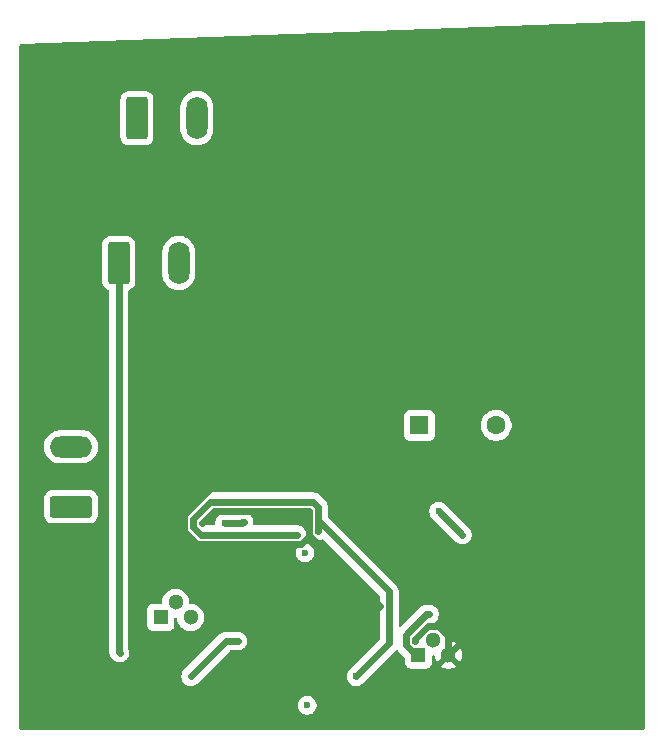
<source format=gbr>
G04 #@! TF.GenerationSoftware,KiCad,Pcbnew,9.0.4*
G04 #@! TF.CreationDate,2026-02-01T17:43:42+05:30*
G04 #@! TF.ProjectId,Classdamp ltversion,436c6173-7364-4616-9d70-206c74766572,rev?*
G04 #@! TF.SameCoordinates,Original*
G04 #@! TF.FileFunction,Copper,L2,Bot*
G04 #@! TF.FilePolarity,Positive*
%FSLAX46Y46*%
G04 Gerber Fmt 4.6, Leading zero omitted, Abs format (unit mm)*
G04 Created by KiCad (PCBNEW 9.0.4) date 2026-02-01 17:43:42*
%MOMM*%
%LPD*%
G01*
G04 APERTURE LIST*
G04 Aperture macros list*
%AMRoundRect*
0 Rectangle with rounded corners*
0 $1 Rounding radius*
0 $2 $3 $4 $5 $6 $7 $8 $9 X,Y pos of 4 corners*
0 Add a 4 corners polygon primitive as box body*
4,1,4,$2,$3,$4,$5,$6,$7,$8,$9,$2,$3,0*
0 Add four circle primitives for the rounded corners*
1,1,$1+$1,$2,$3*
1,1,$1+$1,$4,$5*
1,1,$1+$1,$6,$7*
1,1,$1+$1,$8,$9*
0 Add four rect primitives between the rounded corners*
20,1,$1+$1,$2,$3,$4,$5,0*
20,1,$1+$1,$4,$5,$6,$7,0*
20,1,$1+$1,$6,$7,$8,$9,0*
20,1,$1+$1,$8,$9,$2,$3,0*%
G04 Aperture macros list end*
G04 #@! TA.AperFunction,ComponentPad*
%ADD10RoundRect,0.250000X1.550000X-0.650000X1.550000X0.650000X-1.550000X0.650000X-1.550000X-0.650000X0*%
G04 #@! TD*
G04 #@! TA.AperFunction,ComponentPad*
%ADD11O,3.600000X1.800000*%
G04 #@! TD*
G04 #@! TA.AperFunction,ComponentPad*
%ADD12R,1.300000X1.300000*%
G04 #@! TD*
G04 #@! TA.AperFunction,ComponentPad*
%ADD13C,1.300000*%
G04 #@! TD*
G04 #@! TA.AperFunction,ComponentPad*
%ADD14RoundRect,0.250000X-0.650000X-1.550000X0.650000X-1.550000X0.650000X1.550000X-0.650000X1.550000X0*%
G04 #@! TD*
G04 #@! TA.AperFunction,ComponentPad*
%ADD15O,1.800000X3.600000*%
G04 #@! TD*
G04 #@! TA.AperFunction,ComponentPad*
%ADD16R,1.600000X1.600000*%
G04 #@! TD*
G04 #@! TA.AperFunction,ComponentPad*
%ADD17C,1.600000*%
G04 #@! TD*
G04 #@! TA.AperFunction,ViaPad*
%ADD18C,0.600000*%
G04 #@! TD*
G04 #@! TA.AperFunction,Conductor*
%ADD19C,0.600000*%
G04 #@! TD*
G04 APERTURE END LIST*
D10*
X124875000Y-99640000D03*
D11*
X124875000Y-94560000D03*
D12*
X132460000Y-109000000D03*
D13*
X133730000Y-107730000D03*
X135000000Y-109000000D03*
D14*
X128920000Y-79000000D03*
D15*
X134000000Y-79000000D03*
D16*
X154372500Y-92750000D03*
D17*
X160872500Y-92750000D03*
D12*
X154292500Y-112180000D03*
D13*
X155562500Y-110910000D03*
X156832500Y-112180000D03*
D14*
X130455000Y-66737500D03*
D15*
X135535000Y-66737500D03*
D18*
X137888128Y-101000000D03*
X139488128Y-100897220D03*
X136762500Y-114084290D03*
X154000000Y-111000000D03*
X146000000Y-98000000D03*
X156000000Y-100000000D03*
X155209054Y-108750942D03*
X139000000Y-111000000D03*
X145801000Y-101668214D03*
X144862500Y-116449810D03*
X143000000Y-102000000D03*
X149000000Y-114000000D03*
X144682500Y-103540000D03*
D19*
X137888128Y-101000000D02*
X139385348Y-101000000D01*
X139385348Y-101000000D02*
X139488128Y-100897220D01*
X144000000Y-115000000D02*
X151000000Y-108000000D01*
X156832500Y-110552240D02*
X156832500Y-112180000D01*
X146000000Y-98000000D02*
X136734429Y-98000000D01*
X134398000Y-100336429D02*
X134398000Y-101663572D01*
X136734429Y-98000000D02*
X134398000Y-100336429D01*
X145000000Y-101000000D02*
X145000000Y-100000000D01*
X145000000Y-102000000D02*
X145000000Y-101000000D01*
X154000000Y-110844740D02*
X155085740Y-109759000D01*
X156039260Y-109759000D02*
X156832500Y-110552240D01*
X134398000Y-101663572D02*
X135535429Y-102801000D01*
X137000000Y-100000000D02*
X136000000Y-101000000D01*
X136762500Y-114084290D02*
X143084290Y-114084290D01*
X145000000Y-102132785D02*
X145000000Y-101000000D01*
X155085740Y-109759000D02*
X156039260Y-109759000D01*
X143084290Y-114084290D02*
X144000000Y-115000000D01*
X145000000Y-100000000D02*
X137000000Y-100000000D01*
X154000000Y-111000000D02*
X154000000Y-110844740D01*
X135535429Y-102801000D02*
X144331785Y-102801000D01*
X151000000Y-108000000D02*
X145000000Y-102000000D01*
X144331785Y-102801000D02*
X145000000Y-102132785D01*
X156000000Y-100000000D02*
X158000000Y-102000000D01*
X128920000Y-79000000D02*
X128920000Y-111920000D01*
X128920000Y-111920000D02*
X129000000Y-112000000D01*
X154961013Y-108750942D02*
X153199000Y-110512955D01*
X155209054Y-108750942D02*
X154961013Y-108750942D01*
X153199000Y-111331786D02*
X154047214Y-112180000D01*
X154047214Y-112180000D02*
X154292500Y-112180000D01*
X153199000Y-110512955D02*
X153199000Y-111331786D01*
X139000000Y-111000000D02*
X138000000Y-111000000D01*
X138000000Y-111000000D02*
X135000000Y-114000000D01*
X135867214Y-102000000D02*
X143000000Y-102000000D01*
X151801000Y-106801000D02*
X146000000Y-101000000D01*
X143000000Y-102000000D02*
X144000000Y-102000000D01*
X146000000Y-101000000D02*
X145801000Y-101199000D01*
X149000000Y-114000000D02*
X151801000Y-111199000D01*
X145801000Y-101199000D02*
X145801000Y-101668214D01*
X145801000Y-101668214D02*
X145801000Y-99668215D01*
X145801000Y-99668215D02*
X145331785Y-99199000D01*
X151801000Y-111199000D02*
X151801000Y-106801000D01*
X145331785Y-99199000D02*
X136668214Y-99199000D01*
X136668214Y-99199000D02*
X135199000Y-100668214D01*
X135199000Y-101331786D02*
X135867214Y-102000000D01*
X135199000Y-100668214D02*
X135199000Y-101331786D01*
G04 #@! TA.AperFunction,Conductor*
G36*
X144943539Y-100019185D02*
G01*
X144989294Y-100071989D01*
X145000500Y-100123500D01*
X145000500Y-101700224D01*
X144980815Y-101767263D01*
X144928011Y-101813018D01*
X144858853Y-101822962D01*
X144795297Y-101793937D01*
X144761939Y-101747676D01*
X144709397Y-101620827D01*
X144709390Y-101620814D01*
X144621789Y-101489711D01*
X144621786Y-101489707D01*
X144510292Y-101378213D01*
X144510288Y-101378210D01*
X144379185Y-101290609D01*
X144379172Y-101290602D01*
X144233501Y-101230264D01*
X144233489Y-101230261D01*
X144078845Y-101199500D01*
X144078842Y-101199500D01*
X143078842Y-101199500D01*
X140395278Y-101199500D01*
X140328239Y-101179815D01*
X140282484Y-101127011D01*
X140272540Y-101057853D01*
X140273661Y-101051309D01*
X140288627Y-100976066D01*
X140288628Y-100976064D01*
X140288628Y-100818375D01*
X140288627Y-100818373D01*
X140257866Y-100663730D01*
X140257865Y-100663723D01*
X140240092Y-100620814D01*
X140197525Y-100518047D01*
X140197518Y-100518034D01*
X140109917Y-100386931D01*
X140109914Y-100386927D01*
X139998420Y-100275433D01*
X139998416Y-100275430D01*
X139925340Y-100226602D01*
X139880535Y-100172990D01*
X139871828Y-100103665D01*
X139901983Y-100040637D01*
X139961426Y-100003918D01*
X139994231Y-99999500D01*
X144876500Y-99999500D01*
X144943539Y-100019185D01*
G37*
G04 #@! TD.AperFunction*
G04 #@! TA.AperFunction,Conductor*
G36*
X137655391Y-100019185D02*
G01*
X137701146Y-100071989D01*
X137711090Y-100141147D01*
X137682065Y-100204703D01*
X137635804Y-100238061D01*
X137508955Y-100290602D01*
X137508942Y-100290609D01*
X137377839Y-100378210D01*
X137377835Y-100378213D01*
X137266341Y-100489707D01*
X137266338Y-100489711D01*
X137178737Y-100620814D01*
X137178730Y-100620827D01*
X137118392Y-100766498D01*
X137118389Y-100766510D01*
X137087628Y-100921153D01*
X137087628Y-101075500D01*
X137067943Y-101142539D01*
X137015139Y-101188294D01*
X136963628Y-101199500D01*
X136250153Y-101199500D01*
X136220712Y-101190855D01*
X136190726Y-101184332D01*
X136185710Y-101180577D01*
X136183114Y-101179815D01*
X136162472Y-101163181D01*
X136126302Y-101127011D01*
X136086971Y-101087679D01*
X136053487Y-101026358D01*
X136058471Y-100956666D01*
X136086970Y-100912321D01*
X136963473Y-100035819D01*
X137024796Y-100002334D01*
X137051154Y-99999500D01*
X137588352Y-99999500D01*
X137655391Y-100019185D01*
G37*
G04 #@! TD.AperFunction*
G04 #@! TA.AperFunction,Conductor*
G36*
X173438633Y-58541331D02*
G01*
X173486311Y-58592405D01*
X173499500Y-58648056D01*
X173499500Y-118375500D01*
X173479815Y-118442539D01*
X173427011Y-118488294D01*
X173375500Y-118499500D01*
X120624500Y-118499500D01*
X120557461Y-118479815D01*
X120511706Y-118427011D01*
X120500500Y-118375500D01*
X120500500Y-116370963D01*
X144062000Y-116370963D01*
X144062000Y-116528656D01*
X144092761Y-116683299D01*
X144092764Y-116683311D01*
X144153102Y-116828982D01*
X144153109Y-116828995D01*
X144240710Y-116960098D01*
X144240713Y-116960102D01*
X144352207Y-117071596D01*
X144352211Y-117071599D01*
X144483314Y-117159200D01*
X144483327Y-117159207D01*
X144628998Y-117219545D01*
X144629003Y-117219547D01*
X144783653Y-117250309D01*
X144783656Y-117250310D01*
X144783658Y-117250310D01*
X144941344Y-117250310D01*
X144941345Y-117250309D01*
X145095997Y-117219547D01*
X145241679Y-117159204D01*
X145372789Y-117071599D01*
X145484289Y-116960099D01*
X145571894Y-116828989D01*
X145632237Y-116683307D01*
X145663000Y-116528652D01*
X145663000Y-116370968D01*
X145663000Y-116370965D01*
X145662999Y-116370963D01*
X145632238Y-116216320D01*
X145632237Y-116216313D01*
X145632235Y-116216308D01*
X145571897Y-116070637D01*
X145571890Y-116070624D01*
X145484289Y-115939521D01*
X145484286Y-115939517D01*
X145372792Y-115828023D01*
X145372788Y-115828020D01*
X145241685Y-115740419D01*
X145241672Y-115740412D01*
X145096001Y-115680074D01*
X145095989Y-115680071D01*
X144941345Y-115649310D01*
X144941342Y-115649310D01*
X144783658Y-115649310D01*
X144783655Y-115649310D01*
X144629010Y-115680071D01*
X144628998Y-115680074D01*
X144483327Y-115740412D01*
X144483314Y-115740419D01*
X144352211Y-115828020D01*
X144352207Y-115828023D01*
X144240713Y-115939517D01*
X144240710Y-115939521D01*
X144153109Y-116070624D01*
X144153102Y-116070637D01*
X144092764Y-116216308D01*
X144092761Y-116216320D01*
X144062000Y-116370963D01*
X120500500Y-116370963D01*
X120500500Y-113921153D01*
X134199500Y-113921153D01*
X134199500Y-114078846D01*
X134230261Y-114233489D01*
X134230264Y-114233501D01*
X134290602Y-114379172D01*
X134290609Y-114379185D01*
X134378210Y-114510288D01*
X134378213Y-114510292D01*
X134489707Y-114621786D01*
X134489711Y-114621789D01*
X134620814Y-114709390D01*
X134620827Y-114709397D01*
X134766498Y-114769735D01*
X134766503Y-114769737D01*
X134921153Y-114800499D01*
X134921156Y-114800500D01*
X134921158Y-114800500D01*
X135078844Y-114800500D01*
X135078845Y-114800499D01*
X135233497Y-114769737D01*
X135379179Y-114709394D01*
X135510289Y-114621789D01*
X138295259Y-111836819D01*
X138356582Y-111803334D01*
X138382940Y-111800500D01*
X139078844Y-111800500D01*
X139078845Y-111800499D01*
X139233497Y-111769737D01*
X139379179Y-111709394D01*
X139510289Y-111621789D01*
X139621789Y-111510289D01*
X139709394Y-111379179D01*
X139769737Y-111233497D01*
X139800500Y-111078842D01*
X139800500Y-110921158D01*
X139800500Y-110921155D01*
X139800499Y-110921153D01*
X139785258Y-110844533D01*
X139769737Y-110766503D01*
X139717583Y-110640591D01*
X139709397Y-110620827D01*
X139709390Y-110620814D01*
X139621789Y-110489711D01*
X139621786Y-110489707D01*
X139510292Y-110378213D01*
X139510288Y-110378210D01*
X139379185Y-110290609D01*
X139379172Y-110290602D01*
X139233501Y-110230264D01*
X139233489Y-110230261D01*
X139078845Y-110199500D01*
X139078842Y-110199500D01*
X138078843Y-110199500D01*
X137921158Y-110199500D01*
X137921153Y-110199500D01*
X137766510Y-110230260D01*
X137766502Y-110230262D01*
X137620824Y-110290604D01*
X137620814Y-110290609D01*
X137489711Y-110378210D01*
X137489707Y-110378213D01*
X134378213Y-113489707D01*
X134378210Y-113489711D01*
X134290609Y-113620814D01*
X134290602Y-113620827D01*
X134230264Y-113766498D01*
X134230261Y-113766510D01*
X134199500Y-113921153D01*
X120500500Y-113921153D01*
X120500500Y-98939983D01*
X122574500Y-98939983D01*
X122574500Y-100340001D01*
X122574501Y-100340018D01*
X122585000Y-100442796D01*
X122585001Y-100442799D01*
X122633571Y-100589372D01*
X122640186Y-100609334D01*
X122732288Y-100758656D01*
X122856344Y-100882712D01*
X123005666Y-100974814D01*
X123172203Y-101029999D01*
X123274991Y-101040500D01*
X126475008Y-101040499D01*
X126577797Y-101029999D01*
X126744334Y-100974814D01*
X126893656Y-100882712D01*
X127017712Y-100758656D01*
X127109814Y-100609334D01*
X127164999Y-100442797D01*
X127175500Y-100340009D01*
X127175499Y-98939992D01*
X127164999Y-98837203D01*
X127109814Y-98670666D01*
X127017712Y-98521344D01*
X126893656Y-98397288D01*
X126744334Y-98305186D01*
X126577797Y-98250001D01*
X126577795Y-98250000D01*
X126475010Y-98239500D01*
X123274998Y-98239500D01*
X123274981Y-98239501D01*
X123172203Y-98250000D01*
X123172200Y-98250001D01*
X123005668Y-98305185D01*
X123005663Y-98305187D01*
X122856342Y-98397289D01*
X122732289Y-98521342D01*
X122640187Y-98670663D01*
X122640186Y-98670666D01*
X122585001Y-98837203D01*
X122585001Y-98837204D01*
X122585000Y-98837204D01*
X122574500Y-98939983D01*
X120500500Y-98939983D01*
X120500500Y-94449778D01*
X122574500Y-94449778D01*
X122574500Y-94670221D01*
X122608985Y-94887952D01*
X122677103Y-95097603D01*
X122677104Y-95097606D01*
X122777187Y-95294025D01*
X122906752Y-95472358D01*
X122906756Y-95472363D01*
X123062636Y-95628243D01*
X123062641Y-95628247D01*
X123218192Y-95741260D01*
X123240978Y-95757815D01*
X123369375Y-95823237D01*
X123437393Y-95857895D01*
X123437396Y-95857896D01*
X123542221Y-95891955D01*
X123647049Y-95926015D01*
X123864778Y-95960500D01*
X123864779Y-95960500D01*
X125885221Y-95960500D01*
X125885222Y-95960500D01*
X126102951Y-95926015D01*
X126312606Y-95857895D01*
X126509022Y-95757815D01*
X126687365Y-95628242D01*
X126843242Y-95472365D01*
X126972815Y-95294022D01*
X127072895Y-95097606D01*
X127141015Y-94887951D01*
X127175500Y-94670222D01*
X127175500Y-94449778D01*
X127141015Y-94232049D01*
X127082027Y-94050499D01*
X127072896Y-94022396D01*
X127072895Y-94022393D01*
X127014375Y-93907544D01*
X126972815Y-93825978D01*
X126911777Y-93741966D01*
X126843247Y-93647641D01*
X126843243Y-93647636D01*
X126687363Y-93491756D01*
X126687358Y-93491752D01*
X126509025Y-93362187D01*
X126509024Y-93362186D01*
X126509022Y-93362185D01*
X126446096Y-93330122D01*
X126312606Y-93262104D01*
X126312603Y-93262103D01*
X126102952Y-93193985D01*
X125994086Y-93176742D01*
X125885222Y-93159500D01*
X123864778Y-93159500D01*
X123792201Y-93170995D01*
X123647047Y-93193985D01*
X123437396Y-93262103D01*
X123437393Y-93262104D01*
X123240974Y-93362187D01*
X123062641Y-93491752D01*
X123062636Y-93491756D01*
X122906756Y-93647636D01*
X122906752Y-93647641D01*
X122777187Y-93825974D01*
X122677104Y-94022393D01*
X122677103Y-94022396D01*
X122608985Y-94232047D01*
X122574500Y-94449778D01*
X120500500Y-94449778D01*
X120500500Y-77399983D01*
X127519500Y-77399983D01*
X127519500Y-80600001D01*
X127519501Y-80600018D01*
X127530000Y-80702796D01*
X127530001Y-80702799D01*
X127566308Y-80812365D01*
X127585186Y-80869334D01*
X127677288Y-81018656D01*
X127801344Y-81142712D01*
X127950666Y-81234814D01*
X128034505Y-81262595D01*
X128091948Y-81302366D01*
X128118772Y-81366882D01*
X128119500Y-81380300D01*
X128119500Y-111998846D01*
X128150261Y-112153489D01*
X128150264Y-112153501D01*
X128210602Y-112299172D01*
X128210609Y-112299185D01*
X128298210Y-112430288D01*
X128298213Y-112430292D01*
X128489707Y-112621786D01*
X128489711Y-112621789D01*
X128620814Y-112709390D01*
X128620827Y-112709397D01*
X128766498Y-112769735D01*
X128766503Y-112769737D01*
X128911264Y-112798532D01*
X128921153Y-112800499D01*
X128921156Y-112800500D01*
X128921158Y-112800500D01*
X129078844Y-112800500D01*
X129078845Y-112800499D01*
X129233497Y-112769737D01*
X129379179Y-112709394D01*
X129510289Y-112621789D01*
X129621789Y-112510289D01*
X129709394Y-112379179D01*
X129769737Y-112233497D01*
X129800500Y-112078842D01*
X129800500Y-111921158D01*
X129800500Y-111921155D01*
X129800499Y-111921153D01*
X129769739Y-111766511D01*
X129769736Y-111766501D01*
X129729939Y-111670421D01*
X129720500Y-111622969D01*
X129720500Y-108302135D01*
X131309500Y-108302135D01*
X131309500Y-109697870D01*
X131309501Y-109697876D01*
X131315908Y-109757483D01*
X131366202Y-109892328D01*
X131366206Y-109892335D01*
X131452452Y-110007544D01*
X131452455Y-110007547D01*
X131567664Y-110093793D01*
X131567671Y-110093797D01*
X131702517Y-110144091D01*
X131702516Y-110144091D01*
X131709444Y-110144835D01*
X131762127Y-110150500D01*
X133157872Y-110150499D01*
X133217483Y-110144091D01*
X133352331Y-110093796D01*
X133467546Y-110007546D01*
X133553796Y-109892331D01*
X133604091Y-109757483D01*
X133610500Y-109697873D01*
X133610499Y-109157124D01*
X133630183Y-109090087D01*
X133682987Y-109044332D01*
X133752146Y-109034388D01*
X133815702Y-109063413D01*
X133853476Y-109122191D01*
X133856972Y-109137728D01*
X133877829Y-109269410D01*
X133933787Y-109441636D01*
X133933788Y-109441639D01*
X133989143Y-109550276D01*
X133991191Y-109554297D01*
X134016006Y-109602997D01*
X134122441Y-109749494D01*
X134122445Y-109749499D01*
X134250500Y-109877554D01*
X134250505Y-109877558D01*
X134317186Y-109926004D01*
X134397006Y-109983996D01*
X134492084Y-110032441D01*
X134558360Y-110066211D01*
X134558363Y-110066212D01*
X134643251Y-110093793D01*
X134730591Y-110122171D01*
X134813429Y-110135291D01*
X134909449Y-110150500D01*
X134909454Y-110150500D01*
X135090551Y-110150500D01*
X135177259Y-110136765D01*
X135269409Y-110122171D01*
X135441639Y-110066211D01*
X135602994Y-109983996D01*
X135749501Y-109877553D01*
X135877553Y-109749501D01*
X135983996Y-109602994D01*
X136066211Y-109441639D01*
X136122171Y-109269409D01*
X136144232Y-109130121D01*
X136150500Y-109090551D01*
X136150500Y-108909448D01*
X136134019Y-108805397D01*
X136122171Y-108730591D01*
X136066211Y-108558361D01*
X136066211Y-108558360D01*
X136037740Y-108502484D01*
X135983996Y-108397006D01*
X135915055Y-108302116D01*
X135877558Y-108250505D01*
X135877554Y-108250500D01*
X135749499Y-108122445D01*
X135749494Y-108122441D01*
X135602997Y-108016006D01*
X135602996Y-108016005D01*
X135602994Y-108016004D01*
X135534692Y-107981202D01*
X135441639Y-107933788D01*
X135441636Y-107933787D01*
X135269410Y-107877829D01*
X135090551Y-107849500D01*
X135090546Y-107849500D01*
X135004500Y-107849500D01*
X134937461Y-107829815D01*
X134891706Y-107777011D01*
X134880500Y-107725500D01*
X134880500Y-107639448D01*
X134864019Y-107535397D01*
X134852171Y-107460591D01*
X134796211Y-107288361D01*
X134796211Y-107288360D01*
X134767740Y-107232484D01*
X134713996Y-107127006D01*
X134691657Y-107096259D01*
X134607558Y-106980505D01*
X134607554Y-106980500D01*
X134479499Y-106852445D01*
X134479494Y-106852441D01*
X134332997Y-106746006D01*
X134332996Y-106746005D01*
X134332994Y-106746004D01*
X134281300Y-106719664D01*
X134171639Y-106663788D01*
X134171636Y-106663787D01*
X133999410Y-106607829D01*
X133820551Y-106579500D01*
X133820546Y-106579500D01*
X133639454Y-106579500D01*
X133639449Y-106579500D01*
X133460589Y-106607829D01*
X133288363Y-106663787D01*
X133288360Y-106663788D01*
X133127002Y-106746006D01*
X132980505Y-106852441D01*
X132980500Y-106852445D01*
X132852445Y-106980500D01*
X132852441Y-106980505D01*
X132746006Y-107127002D01*
X132663788Y-107288360D01*
X132663787Y-107288363D01*
X132607829Y-107460589D01*
X132579500Y-107639448D01*
X132579500Y-107725500D01*
X132559815Y-107792539D01*
X132507011Y-107838294D01*
X132455500Y-107849500D01*
X131762129Y-107849500D01*
X131762123Y-107849501D01*
X131702516Y-107855908D01*
X131567671Y-107906202D01*
X131567664Y-107906206D01*
X131452455Y-107992452D01*
X131452452Y-107992455D01*
X131366206Y-108107664D01*
X131366202Y-108107671D01*
X131315908Y-108242517D01*
X131309501Y-108302116D01*
X131309500Y-108302135D01*
X129720500Y-108302135D01*
X129720500Y-100589367D01*
X134398500Y-100589367D01*
X134398500Y-101410632D01*
X134429261Y-101565275D01*
X134429264Y-101565287D01*
X134489602Y-101710958D01*
X134489609Y-101710971D01*
X134577210Y-101842074D01*
X134577213Y-101842078D01*
X135241084Y-102505947D01*
X135241105Y-102505970D01*
X135356921Y-102621786D01*
X135356925Y-102621789D01*
X135488028Y-102709390D01*
X135488041Y-102709397D01*
X135633712Y-102769735D01*
X135633717Y-102769737D01*
X135633721Y-102769737D01*
X135633722Y-102769738D01*
X135788368Y-102800500D01*
X143990559Y-102800500D01*
X144057598Y-102820185D01*
X144103353Y-102872989D01*
X144113297Y-102942147D01*
X144084272Y-103005703D01*
X144078240Y-103012181D01*
X144060713Y-103029707D01*
X144060710Y-103029711D01*
X143973109Y-103160814D01*
X143973102Y-103160827D01*
X143912764Y-103306498D01*
X143912761Y-103306510D01*
X143882000Y-103461153D01*
X143882000Y-103618846D01*
X143912761Y-103773489D01*
X143912764Y-103773501D01*
X143973102Y-103919172D01*
X143973109Y-103919185D01*
X144060710Y-104050288D01*
X144060713Y-104050292D01*
X144172207Y-104161786D01*
X144172211Y-104161789D01*
X144303314Y-104249390D01*
X144303327Y-104249397D01*
X144448998Y-104309735D01*
X144449003Y-104309737D01*
X144603653Y-104340499D01*
X144603656Y-104340500D01*
X144603658Y-104340500D01*
X144761344Y-104340500D01*
X144761345Y-104340499D01*
X144915997Y-104309737D01*
X145061679Y-104249394D01*
X145192789Y-104161789D01*
X145304289Y-104050289D01*
X145391894Y-103919179D01*
X145452237Y-103773497D01*
X145483000Y-103618842D01*
X145483000Y-103461158D01*
X145483000Y-103461155D01*
X145482999Y-103461153D01*
X145452238Y-103306510D01*
X145452237Y-103306503D01*
X145452235Y-103306498D01*
X145391897Y-103160827D01*
X145391890Y-103160814D01*
X145304289Y-103029711D01*
X145304286Y-103029707D01*
X145192792Y-102918213D01*
X145192788Y-102918210D01*
X145061685Y-102830609D01*
X145061672Y-102830602D01*
X144916001Y-102770264D01*
X144915989Y-102770261D01*
X144761345Y-102739500D01*
X144761342Y-102739500D01*
X144691941Y-102739500D01*
X144624902Y-102719815D01*
X144579147Y-102667011D01*
X144569203Y-102597853D01*
X144598228Y-102534297D01*
X144604260Y-102527819D01*
X144621786Y-102510292D01*
X144621789Y-102510289D01*
X144709394Y-102379179D01*
X144710044Y-102377611D01*
X144723067Y-102346166D01*
X144769737Y-102233497D01*
X144800500Y-102078842D01*
X144800500Y-101967989D01*
X144820185Y-101900950D01*
X144872989Y-101855195D01*
X144942147Y-101845251D01*
X145005703Y-101874276D01*
X145039061Y-101920537D01*
X145091602Y-102047386D01*
X145091609Y-102047399D01*
X145179210Y-102178502D01*
X145179213Y-102178506D01*
X145290707Y-102290000D01*
X145290711Y-102290003D01*
X145421814Y-102377604D01*
X145421827Y-102377611D01*
X145517050Y-102417053D01*
X145567503Y-102437951D01*
X145722153Y-102468713D01*
X145722156Y-102468714D01*
X145722158Y-102468714D01*
X145879844Y-102468714D01*
X145879845Y-102468713D01*
X146034497Y-102437951D01*
X146149845Y-102390172D01*
X146219310Y-102382704D01*
X146281789Y-102413979D01*
X146284975Y-102417053D01*
X150964181Y-107096259D01*
X150997666Y-107157582D01*
X151000500Y-107183940D01*
X151000500Y-110816059D01*
X150980815Y-110883098D01*
X150964181Y-110903740D01*
X148378213Y-113489707D01*
X148378210Y-113489711D01*
X148290609Y-113620814D01*
X148290602Y-113620827D01*
X148230264Y-113766498D01*
X148230261Y-113766510D01*
X148199500Y-113921153D01*
X148199500Y-114078846D01*
X148230261Y-114233489D01*
X148230264Y-114233501D01*
X148290602Y-114379172D01*
X148290609Y-114379185D01*
X148378210Y-114510288D01*
X148378213Y-114510292D01*
X148489707Y-114621786D01*
X148489711Y-114621789D01*
X148620814Y-114709390D01*
X148620827Y-114709397D01*
X148766498Y-114769735D01*
X148766503Y-114769737D01*
X148921153Y-114800499D01*
X148921156Y-114800500D01*
X148921158Y-114800500D01*
X149078844Y-114800500D01*
X149078845Y-114800499D01*
X149233497Y-114769737D01*
X149379179Y-114709394D01*
X149510289Y-114621789D01*
X152355332Y-111776746D01*
X152416655Y-111743261D01*
X152486347Y-111748245D01*
X152542280Y-111790117D01*
X152546102Y-111795518D01*
X152567426Y-111827431D01*
X152577212Y-111842077D01*
X152577213Y-111842078D01*
X153105681Y-112370545D01*
X153139166Y-112431868D01*
X153142000Y-112458226D01*
X153142000Y-112877870D01*
X153142001Y-112877876D01*
X153148408Y-112937483D01*
X153198702Y-113072328D01*
X153198706Y-113072335D01*
X153284952Y-113187544D01*
X153284955Y-113187547D01*
X153400164Y-113273793D01*
X153400171Y-113273797D01*
X153535017Y-113324091D01*
X153535016Y-113324091D01*
X153541944Y-113324835D01*
X153594627Y-113330500D01*
X154990372Y-113330499D01*
X155049983Y-113324091D01*
X155184831Y-113273796D01*
X155300046Y-113187546D01*
X155386296Y-113072331D01*
X155386299Y-113072323D01*
X155390337Y-113061498D01*
X155390339Y-113061493D01*
X155436591Y-112937482D01*
X155443000Y-112877873D01*
X155442999Y-112333923D01*
X155462683Y-112266886D01*
X155515487Y-112221131D01*
X155584646Y-112211187D01*
X155648202Y-112240212D01*
X155685976Y-112298990D01*
X155689472Y-112314527D01*
X155710817Y-112449293D01*
X155766751Y-112621444D01*
X155766752Y-112621447D01*
X155848931Y-112782730D01*
X155860413Y-112798532D01*
X155860413Y-112798533D01*
X156457500Y-112201446D01*
X156457500Y-112229370D01*
X156483056Y-112324745D01*
X156532425Y-112410255D01*
X156602245Y-112480075D01*
X156687755Y-112529444D01*
X156783130Y-112555000D01*
X156811053Y-112555000D01*
X156213966Y-113152085D01*
X156213966Y-113152086D01*
X156229767Y-113163566D01*
X156229775Y-113163571D01*
X156391052Y-113245747D01*
X156391055Y-113245748D01*
X156563206Y-113301682D01*
X156741994Y-113330000D01*
X156923006Y-113330000D01*
X157101793Y-113301682D01*
X157273944Y-113245748D01*
X157273952Y-113245745D01*
X157435230Y-113163568D01*
X157451032Y-113152085D01*
X157451033Y-113152085D01*
X156853948Y-112555000D01*
X156881870Y-112555000D01*
X156977245Y-112529444D01*
X157062755Y-112480075D01*
X157132575Y-112410255D01*
X157181944Y-112324745D01*
X157207500Y-112229370D01*
X157207500Y-112201448D01*
X157804585Y-112798533D01*
X157804585Y-112798532D01*
X157816068Y-112782730D01*
X157898245Y-112621452D01*
X157898248Y-112621444D01*
X157954182Y-112449293D01*
X157982500Y-112270506D01*
X157982500Y-112089493D01*
X157954182Y-111910706D01*
X157898248Y-111738555D01*
X157898247Y-111738552D01*
X157816071Y-111577275D01*
X157816066Y-111577267D01*
X157804585Y-111561466D01*
X157207500Y-112158551D01*
X157207500Y-112130630D01*
X157181944Y-112035255D01*
X157132575Y-111949745D01*
X157062755Y-111879925D01*
X156977245Y-111830556D01*
X156881870Y-111805000D01*
X156853946Y-111805000D01*
X157451033Y-111207913D01*
X157435230Y-111196431D01*
X157273947Y-111114252D01*
X157273944Y-111114251D01*
X157101793Y-111058317D01*
X156923006Y-111030000D01*
X156837000Y-111030000D01*
X156769961Y-111010315D01*
X156724206Y-110957511D01*
X156713000Y-110906000D01*
X156713000Y-110819448D01*
X156696519Y-110715397D01*
X156684671Y-110640591D01*
X156628711Y-110468361D01*
X156628711Y-110468360D01*
X156582776Y-110378210D01*
X156546496Y-110307006D01*
X156490740Y-110230264D01*
X156440058Y-110160505D01*
X156440054Y-110160500D01*
X156311999Y-110032445D01*
X156311994Y-110032441D01*
X156165497Y-109926006D01*
X156165496Y-109926005D01*
X156165494Y-109926004D01*
X156113800Y-109899664D01*
X156004139Y-109843788D01*
X156004136Y-109843787D01*
X155831910Y-109787829D01*
X155653051Y-109759500D01*
X155653046Y-109759500D01*
X155489375Y-109759500D01*
X155422336Y-109739815D01*
X155376581Y-109687011D01*
X155366637Y-109617853D01*
X155395662Y-109554297D01*
X155441923Y-109520939D01*
X155588226Y-109460339D01*
X155588226Y-109460338D01*
X155588233Y-109460336D01*
X155719343Y-109372731D01*
X155830843Y-109261231D01*
X155918448Y-109130121D01*
X155978791Y-108984439D01*
X156009554Y-108829784D01*
X156009554Y-108672100D01*
X156009554Y-108672097D01*
X156009553Y-108672095D01*
X155986930Y-108558363D01*
X155978791Y-108517445D01*
X155928904Y-108397006D01*
X155918451Y-108371769D01*
X155918444Y-108371756D01*
X155830843Y-108240653D01*
X155830840Y-108240649D01*
X155719346Y-108129155D01*
X155719342Y-108129152D01*
X155588239Y-108041551D01*
X155588226Y-108041544D01*
X155442555Y-107981206D01*
X155442543Y-107981203D01*
X155287899Y-107950442D01*
X155287896Y-107950442D01*
X155039856Y-107950442D01*
X154882171Y-107950442D01*
X154882166Y-107950442D01*
X154727523Y-107981202D01*
X154727515Y-107981204D01*
X154581837Y-108041546D01*
X154581827Y-108041551D01*
X154450724Y-108129152D01*
X154450720Y-108129155D01*
X152813181Y-109766695D01*
X152751858Y-109800180D01*
X152682166Y-109795196D01*
X152626233Y-109753324D01*
X152601816Y-109687860D01*
X152601500Y-109679014D01*
X152601500Y-106722155D01*
X152601499Y-106722153D01*
X152570737Y-106567503D01*
X152570735Y-106567498D01*
X152510397Y-106421827D01*
X152510390Y-106421814D01*
X152422790Y-106290712D01*
X152422789Y-106290711D01*
X152311289Y-106179211D01*
X146637819Y-100505741D01*
X146604334Y-100444418D01*
X146601500Y-100418060D01*
X146601500Y-99921153D01*
X155199500Y-99921153D01*
X155199500Y-100078846D01*
X155230261Y-100233489D01*
X155230264Y-100233501D01*
X155290602Y-100379172D01*
X155290609Y-100379185D01*
X155378210Y-100510288D01*
X155378213Y-100510292D01*
X157489705Y-102621784D01*
X157489712Y-102621790D01*
X157620819Y-102709392D01*
X157620820Y-102709392D01*
X157620821Y-102709393D01*
X157766503Y-102769737D01*
X157921153Y-102800499D01*
X157921156Y-102800500D01*
X157921158Y-102800500D01*
X158078844Y-102800500D01*
X158078845Y-102800499D01*
X158233497Y-102769737D01*
X158379179Y-102709393D01*
X158510289Y-102621789D01*
X158621789Y-102510289D01*
X158709393Y-102379179D01*
X158769737Y-102233497D01*
X158800500Y-102078842D01*
X158800500Y-101921158D01*
X158800500Y-101921155D01*
X158800499Y-101921153D01*
X158796480Y-101900950D01*
X158769737Y-101766503D01*
X158709393Y-101620821D01*
X158709388Y-101620814D01*
X158621790Y-101489712D01*
X158621784Y-101489705D01*
X156510292Y-99378213D01*
X156510288Y-99378210D01*
X156379185Y-99290609D01*
X156379172Y-99290602D01*
X156233501Y-99230264D01*
X156233489Y-99230261D01*
X156078845Y-99199500D01*
X156078842Y-99199500D01*
X155921158Y-99199500D01*
X155921155Y-99199500D01*
X155766510Y-99230261D01*
X155766498Y-99230264D01*
X155620827Y-99290602D01*
X155620814Y-99290609D01*
X155489711Y-99378210D01*
X155489707Y-99378213D01*
X155378213Y-99489707D01*
X155378210Y-99489711D01*
X155290609Y-99620814D01*
X155290602Y-99620827D01*
X155230264Y-99766498D01*
X155230261Y-99766510D01*
X155199500Y-99921153D01*
X146601500Y-99921153D01*
X146601500Y-99589374D01*
X146599592Y-99579782D01*
X146599591Y-99579778D01*
X146599273Y-99578179D01*
X146570737Y-99434718D01*
X146566105Y-99423535D01*
X146511046Y-99290609D01*
X146510397Y-99289042D01*
X146510390Y-99289029D01*
X146422790Y-99157927D01*
X146422789Y-99157926D01*
X146311289Y-99046426D01*
X146102063Y-98837200D01*
X145842076Y-98577212D01*
X145842073Y-98577210D01*
X145710970Y-98489609D01*
X145710957Y-98489602D01*
X145565286Y-98429264D01*
X145565274Y-98429261D01*
X145410630Y-98398500D01*
X145410627Y-98398500D01*
X136747056Y-98398500D01*
X136589371Y-98398500D01*
X136589368Y-98398500D01*
X136434723Y-98429261D01*
X136434711Y-98429264D01*
X136392046Y-98446936D01*
X136392047Y-98446937D01*
X136289037Y-98489604D01*
X136289028Y-98489609D01*
X136157926Y-98577209D01*
X136157925Y-98577211D01*
X136157924Y-98577212D01*
X134688711Y-100046425D01*
X134656294Y-100078842D01*
X134577209Y-100157926D01*
X134489609Y-100289028D01*
X134489602Y-100289041D01*
X134429264Y-100434712D01*
X134429261Y-100434724D01*
X134398500Y-100589367D01*
X129720500Y-100589367D01*
X129720500Y-91902135D01*
X153072000Y-91902135D01*
X153072000Y-93597870D01*
X153072001Y-93597876D01*
X153078408Y-93657483D01*
X153128702Y-93792328D01*
X153128706Y-93792335D01*
X153214952Y-93907544D01*
X153214955Y-93907547D01*
X153330164Y-93993793D01*
X153330171Y-93993797D01*
X153465017Y-94044091D01*
X153465016Y-94044091D01*
X153471944Y-94044835D01*
X153524627Y-94050500D01*
X155220372Y-94050499D01*
X155279983Y-94044091D01*
X155414831Y-93993796D01*
X155530046Y-93907546D01*
X155616296Y-93792331D01*
X155666591Y-93657483D01*
X155673000Y-93597873D01*
X155672999Y-92647648D01*
X159572000Y-92647648D01*
X159572000Y-92852351D01*
X159604022Y-93054534D01*
X159667281Y-93249223D01*
X159760215Y-93431613D01*
X159880528Y-93597213D01*
X160025286Y-93741971D01*
X160180249Y-93854556D01*
X160190890Y-93862287D01*
X160279712Y-93907544D01*
X160373276Y-93955218D01*
X160373278Y-93955218D01*
X160373281Y-93955220D01*
X160477637Y-93989127D01*
X160567965Y-94018477D01*
X160669057Y-94034488D01*
X160770148Y-94050500D01*
X160770149Y-94050500D01*
X160974851Y-94050500D01*
X160974852Y-94050500D01*
X161177034Y-94018477D01*
X161371719Y-93955220D01*
X161554110Y-93862287D01*
X161650401Y-93792328D01*
X161719713Y-93741971D01*
X161719715Y-93741968D01*
X161719719Y-93741966D01*
X161864466Y-93597219D01*
X161864468Y-93597215D01*
X161864471Y-93597213D01*
X161941087Y-93491758D01*
X161984787Y-93431610D01*
X162077720Y-93249219D01*
X162140977Y-93054534D01*
X162173000Y-92852352D01*
X162173000Y-92647648D01*
X162140977Y-92445466D01*
X162077720Y-92250781D01*
X162077718Y-92250778D01*
X162077718Y-92250776D01*
X162044003Y-92184607D01*
X161984787Y-92068390D01*
X161977056Y-92057749D01*
X161864471Y-91902786D01*
X161719713Y-91758028D01*
X161554113Y-91637715D01*
X161554112Y-91637714D01*
X161554110Y-91637713D01*
X161497153Y-91608691D01*
X161371723Y-91544781D01*
X161177034Y-91481522D01*
X161002495Y-91453878D01*
X160974852Y-91449500D01*
X160770148Y-91449500D01*
X160745829Y-91453351D01*
X160567965Y-91481522D01*
X160373276Y-91544781D01*
X160190886Y-91637715D01*
X160025286Y-91758028D01*
X159880528Y-91902786D01*
X159760215Y-92068386D01*
X159667281Y-92250776D01*
X159604022Y-92445465D01*
X159572000Y-92647648D01*
X155672999Y-92647648D01*
X155672999Y-91902128D01*
X155666591Y-91842517D01*
X155616296Y-91707669D01*
X155616295Y-91707668D01*
X155616293Y-91707664D01*
X155530047Y-91592455D01*
X155530044Y-91592452D01*
X155414835Y-91506206D01*
X155414828Y-91506202D01*
X155279982Y-91455908D01*
X155279983Y-91455908D01*
X155220383Y-91449501D01*
X155220381Y-91449500D01*
X155220373Y-91449500D01*
X155220364Y-91449500D01*
X153524629Y-91449500D01*
X153524623Y-91449501D01*
X153465016Y-91455908D01*
X153330171Y-91506202D01*
X153330164Y-91506206D01*
X153214955Y-91592452D01*
X153214952Y-91592455D01*
X153128706Y-91707664D01*
X153128702Y-91707671D01*
X153078408Y-91842517D01*
X153072001Y-91902116D01*
X153072001Y-91902123D01*
X153072000Y-91902135D01*
X129720500Y-91902135D01*
X129720500Y-81380300D01*
X129740185Y-81313261D01*
X129792989Y-81267506D01*
X129805482Y-81262599D01*
X129889334Y-81234814D01*
X130038656Y-81142712D01*
X130162712Y-81018656D01*
X130254814Y-80869334D01*
X130309999Y-80702797D01*
X130320500Y-80600009D01*
X130320499Y-77989778D01*
X132599500Y-77989778D01*
X132599500Y-80010221D01*
X132633985Y-80227952D01*
X132702103Y-80437603D01*
X132702104Y-80437606D01*
X132770122Y-80571096D01*
X132784854Y-80600009D01*
X132802187Y-80634025D01*
X132931752Y-80812358D01*
X132931756Y-80812363D01*
X133087636Y-80968243D01*
X133087641Y-80968247D01*
X133243192Y-81081260D01*
X133265978Y-81097815D01*
X133394375Y-81163237D01*
X133462393Y-81197895D01*
X133462396Y-81197896D01*
X133567221Y-81231955D01*
X133672049Y-81266015D01*
X133889778Y-81300500D01*
X133889779Y-81300500D01*
X134110221Y-81300500D01*
X134110222Y-81300500D01*
X134327951Y-81266015D01*
X134537606Y-81197895D01*
X134734022Y-81097815D01*
X134912365Y-80968242D01*
X135068242Y-80812365D01*
X135197815Y-80634022D01*
X135297895Y-80437606D01*
X135366015Y-80227951D01*
X135400500Y-80010222D01*
X135400500Y-77989778D01*
X135366015Y-77772049D01*
X135297895Y-77562394D01*
X135297895Y-77562393D01*
X135215149Y-77399998D01*
X135197815Y-77365978D01*
X135147848Y-77297204D01*
X135068247Y-77187641D01*
X135068243Y-77187636D01*
X134912363Y-77031756D01*
X134912358Y-77031752D01*
X134734025Y-76902187D01*
X134734024Y-76902186D01*
X134734022Y-76902185D01*
X134645908Y-76857288D01*
X134537606Y-76802104D01*
X134537603Y-76802103D01*
X134327952Y-76733985D01*
X134176516Y-76710000D01*
X134110222Y-76699500D01*
X133889778Y-76699500D01*
X133823484Y-76710000D01*
X133672047Y-76733985D01*
X133462396Y-76802103D01*
X133462393Y-76802104D01*
X133265974Y-76902187D01*
X133087641Y-77031752D01*
X133087636Y-77031756D01*
X132931756Y-77187636D01*
X132931752Y-77187641D01*
X132802187Y-77365974D01*
X132702104Y-77562393D01*
X132702103Y-77562396D01*
X132633985Y-77772047D01*
X132599500Y-77989778D01*
X130320499Y-77989778D01*
X130320499Y-77399992D01*
X130317024Y-77365978D01*
X130309999Y-77297203D01*
X130309998Y-77297200D01*
X130254814Y-77130666D01*
X130162712Y-76981344D01*
X130038656Y-76857288D01*
X129889334Y-76765186D01*
X129722797Y-76710001D01*
X129722795Y-76710000D01*
X129620010Y-76699500D01*
X128219998Y-76699500D01*
X128219981Y-76699501D01*
X128117203Y-76710000D01*
X128117200Y-76710001D01*
X127950668Y-76765185D01*
X127950663Y-76765187D01*
X127801342Y-76857289D01*
X127677289Y-76981342D01*
X127585187Y-77130663D01*
X127585186Y-77130666D01*
X127530001Y-77297203D01*
X127530001Y-77297204D01*
X127530000Y-77297204D01*
X127519500Y-77399983D01*
X120500500Y-77399983D01*
X120500500Y-65137483D01*
X129054500Y-65137483D01*
X129054500Y-68337501D01*
X129054501Y-68337518D01*
X129065000Y-68440296D01*
X129065001Y-68440299D01*
X129101308Y-68549865D01*
X129120186Y-68606834D01*
X129212288Y-68756156D01*
X129336344Y-68880212D01*
X129485666Y-68972314D01*
X129652203Y-69027499D01*
X129754991Y-69038000D01*
X131155008Y-69037999D01*
X131257797Y-69027499D01*
X131424334Y-68972314D01*
X131573656Y-68880212D01*
X131697712Y-68756156D01*
X131789814Y-68606834D01*
X131844999Y-68440297D01*
X131855500Y-68337509D01*
X131855499Y-65727278D01*
X134134500Y-65727278D01*
X134134500Y-67747721D01*
X134168985Y-67965452D01*
X134237103Y-68175103D01*
X134237104Y-68175106D01*
X134305122Y-68308596D01*
X134319854Y-68337509D01*
X134337187Y-68371525D01*
X134466752Y-68549858D01*
X134466756Y-68549863D01*
X134622636Y-68705743D01*
X134622641Y-68705747D01*
X134778192Y-68818760D01*
X134800978Y-68835315D01*
X134929375Y-68900737D01*
X134997393Y-68935395D01*
X134997396Y-68935396D01*
X135102221Y-68969455D01*
X135207049Y-69003515D01*
X135424778Y-69038000D01*
X135424779Y-69038000D01*
X135645221Y-69038000D01*
X135645222Y-69038000D01*
X135862951Y-69003515D01*
X136072606Y-68935395D01*
X136269022Y-68835315D01*
X136447365Y-68705742D01*
X136603242Y-68549865D01*
X136732815Y-68371522D01*
X136832895Y-68175106D01*
X136901015Y-67965451D01*
X136935500Y-67747722D01*
X136935500Y-65727278D01*
X136901015Y-65509549D01*
X136832895Y-65299894D01*
X136832895Y-65299893D01*
X136750149Y-65137498D01*
X136732815Y-65103478D01*
X136682848Y-65034704D01*
X136603247Y-64925141D01*
X136603243Y-64925136D01*
X136447363Y-64769256D01*
X136447358Y-64769252D01*
X136269025Y-64639687D01*
X136269024Y-64639686D01*
X136269022Y-64639685D01*
X136180908Y-64594788D01*
X136072606Y-64539604D01*
X136072603Y-64539603D01*
X135862952Y-64471485D01*
X135711516Y-64447500D01*
X135645222Y-64437000D01*
X135424778Y-64437000D01*
X135358484Y-64447500D01*
X135207047Y-64471485D01*
X134997396Y-64539603D01*
X134997393Y-64539604D01*
X134800974Y-64639687D01*
X134622641Y-64769252D01*
X134622636Y-64769256D01*
X134466756Y-64925136D01*
X134466752Y-64925141D01*
X134337187Y-65103474D01*
X134237104Y-65299893D01*
X134237103Y-65299896D01*
X134168985Y-65509547D01*
X134134500Y-65727278D01*
X131855499Y-65727278D01*
X131855499Y-65137492D01*
X131852024Y-65103478D01*
X131844999Y-65034703D01*
X131844998Y-65034700D01*
X131789814Y-64868166D01*
X131697712Y-64718844D01*
X131573656Y-64594788D01*
X131424334Y-64502686D01*
X131257797Y-64447501D01*
X131257795Y-64447500D01*
X131155010Y-64437000D01*
X129754998Y-64437000D01*
X129754981Y-64437001D01*
X129652203Y-64447500D01*
X129652200Y-64447501D01*
X129485668Y-64502685D01*
X129485663Y-64502687D01*
X129336342Y-64594789D01*
X129212289Y-64718842D01*
X129120187Y-64868163D01*
X129120186Y-64868166D01*
X129065001Y-65034703D01*
X129065001Y-65034704D01*
X129065000Y-65034704D01*
X129054500Y-65137483D01*
X120500500Y-65137483D01*
X120500500Y-60601798D01*
X120520185Y-60534759D01*
X120572989Y-60489004D01*
X120619909Y-60477883D01*
X173370912Y-58524141D01*
X173438633Y-58541331D01*
G37*
G04 #@! TD.AperFunction*
M02*

</source>
